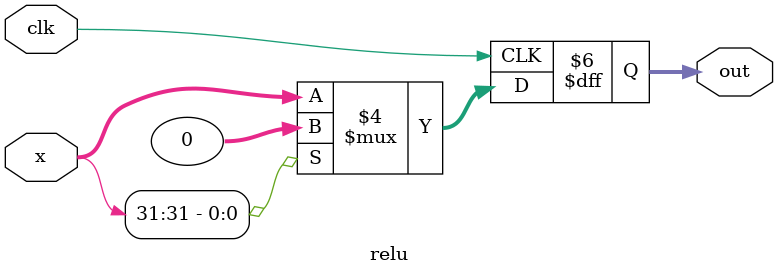
<source format=v>
module relu(
    input wire[31:0] x,
    input wire clk,
    output reg[31:0] out
);

always @(posedge clk) begin
    if(x[31] == 0) out <= x;
    else out <= 32'h0;
end

endmodule

</source>
